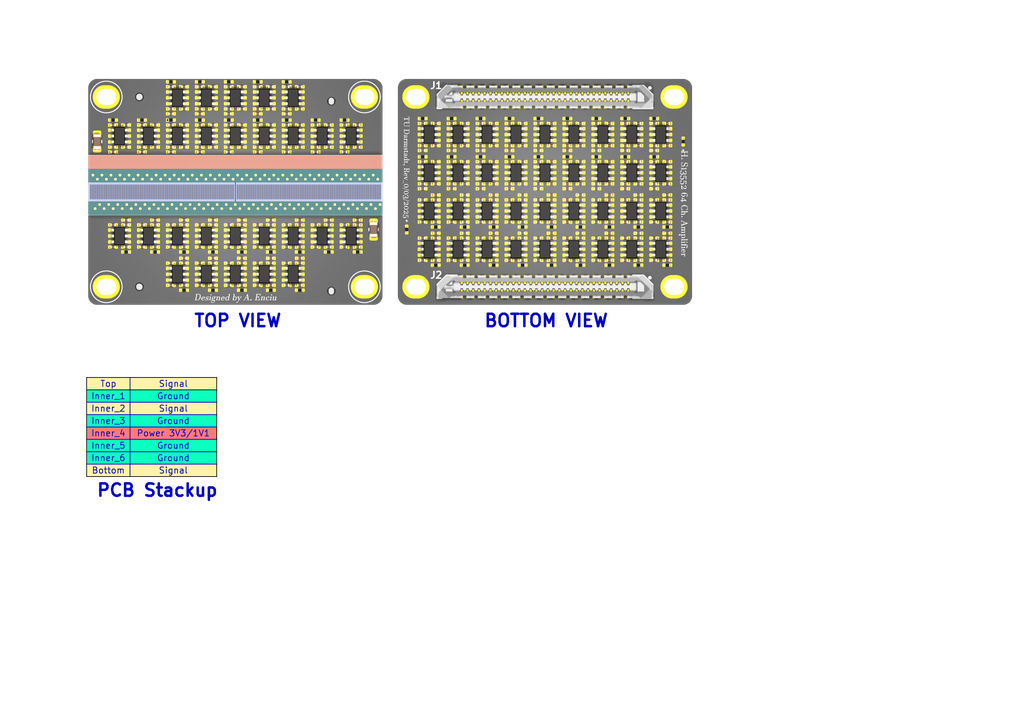
<source format=kicad_sch>
(kicad_sch (version 20250114) (generator "eeschema") (generator_version "9.0")
  (paper "A5")
  (title_block (title "Hamamatsu S13552 64 Channels Amplifier"))
  (lib_symbols)
  (text "BOTTOM VIEW" (at 112.014 66.04 0) (effects (font (size 2.54 2.54) (thickness 0.508) (bold yes))))
  (text "TOP VIEW" (at 48.768 66.04 0) (effects (font (size 2.54 2.54) (thickness 0.508) (bold yes))))
  (text "PCB Stackup" (at 32.258 100.838 0) (effects (font (size 2.54 2.54) (thickness 0.508) (bold yes))))
  (image (at 48.26 39.37) (scale 0.088626))
  (image (at 111.76 39.37) (scale 0.0886259))
  (table (column_count 2) (border (external yes) (header yes) (stroke (width 0) (color 0 0 0 1))) (separators (rows yes) (cols yes)) (column_widths 8.89 17.78) (row_heights 2.54 2.54 2.54 2.54 2.54 2.54 2.54 2.54) (cells (table_cell "Top" (at 17.78 77.47 0) (size 8.89 2.54) (margins 0.9525 0.9525 0.9525 0.9525) (span 1 1) (fill (type color) (color 255 243 168 1))) (table_cell "Signal" (at 26.67 77.47 0) (size 17.78 2.54) (margins 0.9525 0.9525 0.9525 0.9525) (span 1 1) (fill (type color) (color 255 243 168 1))) (table_cell "Inner_1" (at 17.78 80.01 0) (size 8.89 2.54) (margins 0.9525 0.9525 0.9525 0.9525) (span 1 1) (fill (type color) (color 12 255 191 1))) (table_cell "Ground" (at 26.67 80.01 0) (size 17.78 2.54) (margins 0.9525 0.9525 0.9525 0.9525) (span 1 1) (fill (type color) (color 12 255 191 1))) (table_cell "Inner_2" (at 17.78 82.55 0) (size 8.89 2.54) (margins 0.9525 0.9525 0.9525 0.9525) (span 1 1) (fill (type color) (color 255 243 168 1))) (table_cell "Signal" (at 26.67 82.55 0) (size 17.78 2.54) (margins 0.9525 0.9525 0.9525 0.9525) (span 1 1) (fill (type color) (color 255 243 168 1))) (table_cell "Inner_3" (at 17.78 85.09 0) (size 8.89 2.54) (margins 0.9525 0.9525 0.9525 0.9525) (span 1 1) (fill (type color) (color 12 255 191 1))) (table_cell "Ground" (at 26.67 85.09 0) (size 17.78 2.54) (margins 0.9525 0.9525 0.9525 0.9525) (span 1 1) (fill (type color) (color 12 255 191 1))) (table_cell "Inner_4" (at 17.78 87.63 0) (size 8.89 2.54) (margins 0.9525 0.9525 0.9525 0.9525) (span 1 1) (fill (type color) (color 255 122 120 1))) (table_cell "Power 3V3/1V1" (at 26.67 87.63 0) (size 17.78 2.54) (margins 0.9525 0.9525 0.9525 0.9525) (span 1 1) (fill (type color) (color 255 122 120 1))) (table_cell "Inner_5" (at 17.78 90.17 0) (size 8.89 2.54) (margins 0.9525 0.9525 0.9525 0.9525) (span 1 1) (fill (type color) (color 12 255 191 1))) (table_cell "Ground" (at 26.67 90.17 0) (size 17.78 2.54) (margins 0.9525 0.9525 0.9525 0.9525) (span 1 1) (fill (type color) (color 12 255 191 1))) (table_cell "Inner_6" (at 17.78 92.71 0) (size 8.89 2.54) (margins 0.9525 0.9525 0.9525 0.9525) (span 1 1) (fill (type color) (color 12 255 191 1))) (table_cell "Ground" (at 26.67 92.71 0) (size 17.78 2.54) (margins 0.9525 0.9525 0.9525 0.9525) (span 1 1) (fill (type color) (color 12 255 191 1))) (table_cell "Bottom" (at 17.78 95.25 0) (size 8.89 2.54) (margins 0.9525 0.9525 0.9525 0.9525) (span 1 1) (fill (type color) (color 255 243 168 1))) (table_cell "Signal" (at 26.67 95.25 0) (size 17.78 2.54) (margins 0.9525 0.9525 0.9525 0.9525) (span 1 1) (fill (type color) (color 255 243 168 1)))))
)
</source>
